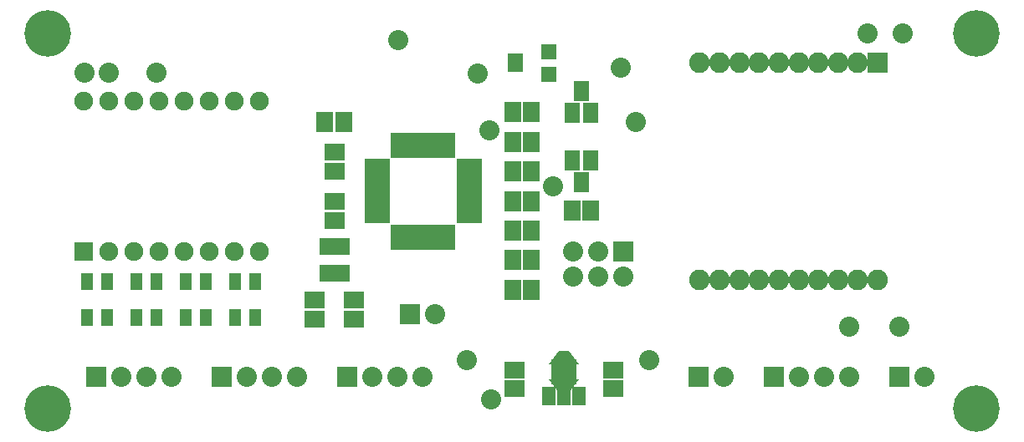
<source format=gts>
G04 (created by PCBNEW-RS274X (2012-01-19 BZR 3256)-stable) date Sat 12 Jan 2013 17:39:49 GMT*
G01*
G70*
G90*
%MOIN*%
G04 Gerber Fmt 3.4, Leading zero omitted, Abs format*
%FSLAX34Y34*%
G04 APERTURE LIST*
%ADD10C,0.006000*%
%ADD11C,0.082000*%
%ADD12R,0.082000X0.082000*%
%ADD13R,0.098700X0.037700*%
%ADD14R,0.037700X0.098700*%
%ADD15R,0.055400X0.075100*%
%ADD16R,0.098700X0.102700*%
%ADD17R,0.059400X0.079100*%
%ADD18R,0.047600X0.067200*%
%ADD19R,0.079100X0.071200*%
%ADD20R,0.071200X0.079100*%
%ADD21R,0.118400X0.067200*%
%ADD22R,0.080000X0.080000*%
%ADD23C,0.080000*%
%ADD24C,0.185400*%
%ADD25R,0.075000X0.075000*%
%ADD26C,0.075000*%
%ADD27R,0.059400X0.063300*%
%ADD28R,0.059400X0.075100*%
G04 APERTURE END LIST*
G54D10*
G54D11*
X72834Y-33465D03*
X72047Y-33465D03*
X71260Y-33465D03*
X70472Y-33465D03*
X69685Y-33465D03*
X68897Y-33465D03*
X68110Y-33465D03*
X67323Y-33465D03*
X66535Y-33465D03*
X66535Y-42126D03*
X67323Y-42126D03*
X68110Y-42126D03*
X68897Y-42126D03*
X69685Y-42126D03*
X70472Y-42126D03*
X71260Y-42126D03*
X72047Y-42126D03*
X72834Y-42126D03*
X73622Y-42126D03*
G54D12*
X73622Y-33465D03*
G54D13*
X53681Y-39676D03*
X53681Y-39361D03*
X53681Y-39046D03*
X53681Y-38731D03*
X53681Y-38416D03*
X53681Y-38101D03*
X53681Y-37786D03*
X53681Y-37471D03*
X57343Y-37473D03*
X57343Y-39683D03*
X57343Y-39363D03*
X57343Y-39043D03*
X57343Y-38733D03*
X57343Y-38413D03*
X57343Y-38103D03*
X57343Y-37783D03*
G54D14*
X54400Y-36752D03*
X54714Y-36752D03*
X55030Y-36752D03*
X55344Y-36752D03*
X55660Y-36752D03*
X55974Y-36752D03*
X56290Y-36752D03*
X56604Y-36752D03*
X54402Y-40414D03*
X54712Y-40414D03*
X55032Y-40414D03*
X55342Y-40414D03*
X55652Y-40414D03*
X55972Y-40414D03*
X56292Y-40414D03*
X56612Y-40414D03*
G54D15*
X61115Y-46749D03*
X60524Y-46749D03*
X61706Y-46749D03*
G54D10*
G36*
X60910Y-46612D02*
X60518Y-46098D01*
X61712Y-46098D01*
X61320Y-46612D01*
X60910Y-46612D01*
X60910Y-46612D01*
G37*
G54D16*
X61115Y-45788D03*
G54D10*
G36*
X60518Y-45478D02*
X60910Y-44964D01*
X61320Y-44964D01*
X61712Y-45478D01*
X60518Y-45478D01*
X60518Y-45478D01*
G37*
G54D17*
X61811Y-34606D03*
X61437Y-35472D03*
X62185Y-35472D03*
X61811Y-38228D03*
X62185Y-37362D03*
X61437Y-37362D03*
G54D18*
X44882Y-43641D03*
X44882Y-42185D03*
X48819Y-43641D03*
X48819Y-42185D03*
X48031Y-42185D03*
X48031Y-43641D03*
X46850Y-43641D03*
X46850Y-42185D03*
X46063Y-42185D03*
X46063Y-43641D03*
X44094Y-42185D03*
X44094Y-43641D03*
X42913Y-43641D03*
X42913Y-42185D03*
X42126Y-42185D03*
X42126Y-43641D03*
G54D19*
X59147Y-45724D03*
X59147Y-46474D03*
G54D20*
X59824Y-36614D03*
X59074Y-36614D03*
X51594Y-35827D03*
X52344Y-35827D03*
X59074Y-35433D03*
X59824Y-35433D03*
X62186Y-39370D03*
X61436Y-39370D03*
X59074Y-37795D03*
X59824Y-37795D03*
X59824Y-38976D03*
X59074Y-38976D03*
X59824Y-42520D03*
X59074Y-42520D03*
G54D19*
X63084Y-45724D03*
X63084Y-46474D03*
G54D20*
X59074Y-40157D03*
X59824Y-40157D03*
G54D19*
X51181Y-43682D03*
X51181Y-42932D03*
X51969Y-39745D03*
X51969Y-38995D03*
X52756Y-43682D03*
X52756Y-42932D03*
X51969Y-37777D03*
X51969Y-37027D03*
G54D20*
X59074Y-41339D03*
X59824Y-41339D03*
G54D21*
X51969Y-41870D03*
X51969Y-40808D03*
G54D22*
X52500Y-46000D03*
G54D23*
X53500Y-46000D03*
X54500Y-46000D03*
X55500Y-46000D03*
G54D22*
X69500Y-46000D03*
G54D23*
X70500Y-46000D03*
X71500Y-46000D03*
X72500Y-46000D03*
G54D22*
X42500Y-46000D03*
G54D23*
X43500Y-46000D03*
X44500Y-46000D03*
X45500Y-46000D03*
G54D22*
X47500Y-46000D03*
G54D23*
X48500Y-46000D03*
X49500Y-46000D03*
X50500Y-46000D03*
G54D22*
X74500Y-46000D03*
G54D23*
X75500Y-46000D03*
G54D22*
X63500Y-41000D03*
G54D23*
X63500Y-42000D03*
X62500Y-41000D03*
X62500Y-42000D03*
X61500Y-41000D03*
X61500Y-42000D03*
G54D22*
X55000Y-43500D03*
G54D23*
X56000Y-43500D03*
G54D24*
X77559Y-47244D03*
X40551Y-47244D03*
X77559Y-32283D03*
X40551Y-32283D03*
G54D22*
X66500Y-46000D03*
G54D23*
X67500Y-46000D03*
G54D25*
X42000Y-41000D03*
G54D26*
X43000Y-41000D03*
X44000Y-41000D03*
X45000Y-41000D03*
X46000Y-41000D03*
X47000Y-41000D03*
X48000Y-41000D03*
X49000Y-41000D03*
X49000Y-35000D03*
X48000Y-35000D03*
X47000Y-35000D03*
X46000Y-35000D03*
X45000Y-35000D03*
X44000Y-35000D03*
X43000Y-35000D03*
X42000Y-35000D03*
G54D27*
X60512Y-33012D03*
G54D28*
X59174Y-33465D03*
G54D27*
X60512Y-33918D03*
G54D23*
X57677Y-33898D03*
X57244Y-45315D03*
X64528Y-45315D03*
X58228Y-46890D03*
X58150Y-36142D03*
X74488Y-43976D03*
X63386Y-33661D03*
X54528Y-32559D03*
X44882Y-33858D03*
X42008Y-33858D03*
X42992Y-33858D03*
X60669Y-38386D03*
X74606Y-32283D03*
X73228Y-32283D03*
X63976Y-35827D03*
X72480Y-43976D03*
M02*

</source>
